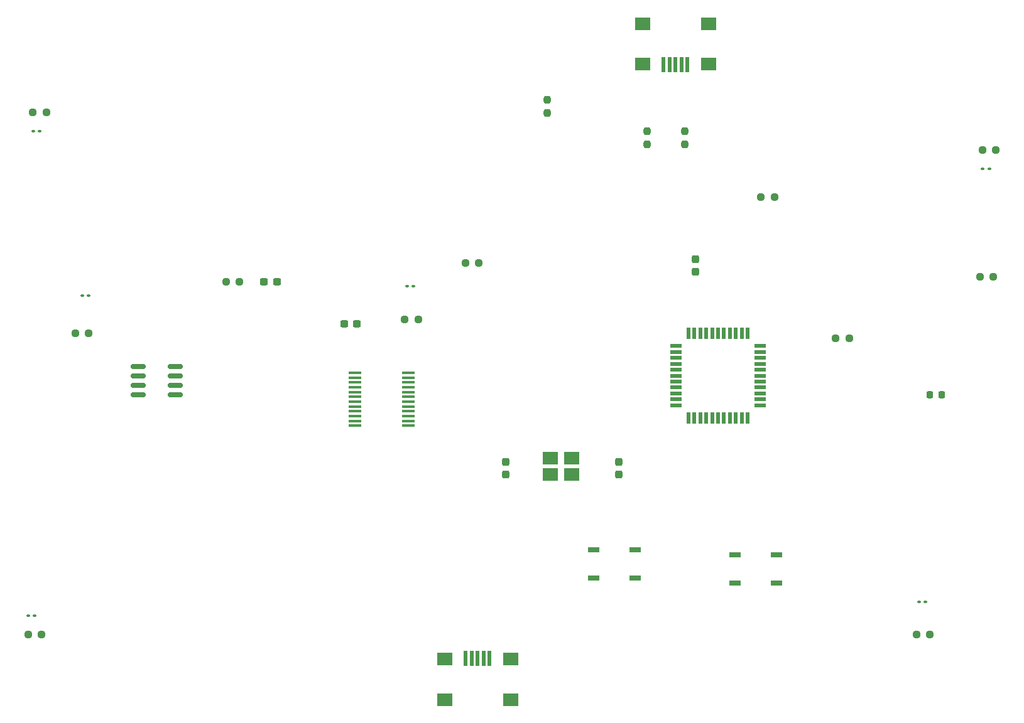
<source format=gtp>
G04 #@! TF.GenerationSoftware,KiCad,Pcbnew,7.0.7*
G04 #@! TF.CreationDate,2024-04-22T17:45:01+02:00*
G04 #@! TF.ProjectId,SE3-pad,5345332d-7061-4642-9e6b-696361645f70,rev?*
G04 #@! TF.SameCoordinates,Original*
G04 #@! TF.FileFunction,Paste,Top*
G04 #@! TF.FilePolarity,Positive*
%FSLAX46Y46*%
G04 Gerber Fmt 4.6, Leading zero omitted, Abs format (unit mm)*
G04 Created by KiCad (PCBNEW 7.0.7) date 2024-04-22 17:45:01*
%MOMM*%
%LPD*%
G01*
G04 APERTURE LIST*
G04 Aperture macros list*
%AMRoundRect*
0 Rectangle with rounded corners*
0 $1 Rounding radius*
0 $2 $3 $4 $5 $6 $7 $8 $9 X,Y pos of 4 corners*
0 Add a 4 corners polygon primitive as box body*
4,1,4,$2,$3,$4,$5,$6,$7,$8,$9,$2,$3,0*
0 Add four circle primitives for the rounded corners*
1,1,$1+$1,$2,$3*
1,1,$1+$1,$4,$5*
1,1,$1+$1,$6,$7*
1,1,$1+$1,$8,$9*
0 Add four rect primitives between the rounded corners*
20,1,$1+$1,$2,$3,$4,$5,0*
20,1,$1+$1,$4,$5,$6,$7,0*
20,1,$1+$1,$6,$7,$8,$9,0*
20,1,$1+$1,$8,$9,$2,$3,0*%
G04 Aperture macros list end*
%ADD10RoundRect,0.237500X-0.237500X0.300000X-0.237500X-0.300000X0.237500X-0.300000X0.237500X0.300000X0*%
%ADD11RoundRect,0.237500X0.237500X-0.300000X0.237500X0.300000X-0.237500X0.300000X-0.237500X-0.300000X0*%
%ADD12RoundRect,0.218750X0.218750X0.256250X-0.218750X0.256250X-0.218750X-0.256250X0.218750X-0.256250X0*%
%ADD13RoundRect,0.237500X-0.250000X-0.237500X0.250000X-0.237500X0.250000X0.237500X-0.250000X0.237500X0*%
%ADD14RoundRect,0.237500X-0.237500X0.250000X-0.237500X-0.250000X0.237500X-0.250000X0.237500X0.250000X0*%
%ADD15R,0.550000X1.500000*%
%ADD16R,1.500000X0.550000*%
%ADD17R,1.524000X0.762000*%
%ADD18R,2.100000X1.800000*%
%ADD19RoundRect,0.237500X0.237500X-0.250000X0.237500X0.250000X-0.237500X0.250000X-0.237500X-0.250000X0*%
%ADD20RoundRect,0.090000X-0.139000X-0.090000X0.139000X-0.090000X0.139000X0.090000X-0.139000X0.090000X0*%
%ADD21RoundRect,0.237500X-0.300000X-0.237500X0.300000X-0.237500X0.300000X0.237500X-0.300000X0.237500X0*%
%ADD22R,0.500000X2.000000*%
%ADD23R,2.000000X1.700000*%
%ADD24RoundRect,0.150000X-0.825000X-0.150000X0.825000X-0.150000X0.825000X0.150000X-0.825000X0.150000X0*%
%ADD25R,1.750000X0.450000*%
G04 APERTURE END LIST*
D10*
X146050000Y-105590000D03*
X146050000Y-107315000D03*
D11*
X130810000Y-107315000D03*
X130810000Y-105590000D03*
X156337000Y-79983500D03*
X156337000Y-78258500D03*
D12*
X189535000Y-96520000D03*
X187960000Y-96520000D03*
D13*
X165180000Y-69850000D03*
X167005000Y-69850000D03*
D14*
X136398000Y-56722000D03*
X136398000Y-58547000D03*
D13*
X175260000Y-88900000D03*
X177085000Y-88900000D03*
D15*
X163400000Y-88280000D03*
X162600000Y-88280000D03*
X161800000Y-88280000D03*
X161000000Y-88280000D03*
X160200000Y-88280000D03*
X159400000Y-88280000D03*
X158600000Y-88280000D03*
X157800000Y-88280000D03*
X157000000Y-88280000D03*
X156200000Y-88280000D03*
X155400000Y-88280000D03*
D16*
X153700000Y-89980000D03*
X153700000Y-90780000D03*
X153700000Y-91580000D03*
X153700000Y-92380000D03*
X153700000Y-93180000D03*
X153700000Y-93980000D03*
X153700000Y-94780000D03*
X153700000Y-95580000D03*
X153700000Y-96380000D03*
X153700000Y-97180000D03*
X153700000Y-97980000D03*
D15*
X155400000Y-99680000D03*
X156200000Y-99680000D03*
X157000000Y-99680000D03*
X157800000Y-99680000D03*
X158600000Y-99680000D03*
X159400000Y-99680000D03*
X160200000Y-99680000D03*
X161000000Y-99680000D03*
X161800000Y-99680000D03*
X162600000Y-99680000D03*
X163400000Y-99680000D03*
D16*
X165100000Y-97980000D03*
X165100000Y-97180000D03*
X165100000Y-96380000D03*
X165100000Y-95580000D03*
X165100000Y-94780000D03*
X165100000Y-93980000D03*
X165100000Y-93180000D03*
X165100000Y-92380000D03*
X165100000Y-91580000D03*
X165100000Y-90780000D03*
X165100000Y-89980000D03*
D17*
X148209000Y-121285000D03*
X142621000Y-121285000D03*
X148209000Y-117475000D03*
X142621000Y-117475000D03*
X167259000Y-121920000D03*
X161671000Y-121920000D03*
X167259000Y-118110000D03*
X161671000Y-118110000D03*
D18*
X136800000Y-107315000D03*
X139700000Y-107315000D03*
X139700000Y-105115000D03*
X136800000Y-105115000D03*
D13*
X194667500Y-80645000D03*
X196492500Y-80645000D03*
D19*
X154940000Y-62785000D03*
X154940000Y-60960000D03*
X149860000Y-62785000D03*
X149860000Y-60960000D03*
D13*
X195025000Y-63500000D03*
X196850000Y-63500000D03*
D20*
X117475000Y-81915000D03*
X118340000Y-81915000D03*
D13*
X72747500Y-88265000D03*
X74572500Y-88265000D03*
X67032500Y-58420000D03*
X68857500Y-58420000D03*
D20*
X67080000Y-60960000D03*
X67945000Y-60960000D03*
X66445000Y-126365000D03*
X67310000Y-126365000D03*
D13*
X186135000Y-128905000D03*
X187960000Y-128905000D03*
D20*
X73707500Y-83185000D03*
X74572500Y-83185000D03*
D13*
X125325000Y-78740000D03*
X127150000Y-78740000D03*
X93067500Y-81280000D03*
X94892500Y-81280000D03*
D21*
X98197500Y-81280000D03*
X99922500Y-81280000D03*
D22*
X155270000Y-52035000D03*
X154470000Y-52035000D03*
X153670000Y-52035000D03*
X152870000Y-52035000D03*
X152070000Y-52035000D03*
D23*
X158120000Y-51935000D03*
X158120000Y-46485000D03*
X149220000Y-51935000D03*
X149220000Y-46485000D03*
D20*
X186460000Y-124460000D03*
X187325000Y-124460000D03*
X195072500Y-66040000D03*
X195937500Y-66040000D03*
D22*
X125400000Y-132115000D03*
X126200000Y-132115000D03*
X127000000Y-132115000D03*
X127800000Y-132115000D03*
X128600000Y-132115000D03*
D23*
X122550000Y-132215000D03*
X122550000Y-137665000D03*
X131450000Y-132215000D03*
X131450000Y-137665000D03*
D13*
X117150000Y-86360000D03*
X118975000Y-86360000D03*
D21*
X108995000Y-86995000D03*
X110720000Y-86995000D03*
D24*
X81280000Y-92710000D03*
X81280000Y-93980000D03*
X81280000Y-95250000D03*
X81280000Y-96520000D03*
X86230000Y-96520000D03*
X86230000Y-95250000D03*
X86230000Y-93980000D03*
X86230000Y-92710000D03*
D13*
X66397500Y-128905000D03*
X68222500Y-128905000D03*
D25*
X110490000Y-93580000D03*
X110490000Y-94230000D03*
X110490000Y-94880000D03*
X110490000Y-95530000D03*
X110490000Y-96180000D03*
X110490000Y-96830000D03*
X110490000Y-97480000D03*
X110490000Y-98130000D03*
X110490000Y-98780000D03*
X110490000Y-99430000D03*
X110490000Y-100080000D03*
X110490000Y-100730000D03*
X117690000Y-100730000D03*
X117690000Y-100080000D03*
X117690000Y-99430000D03*
X117690000Y-98780000D03*
X117690000Y-98130000D03*
X117690000Y-97480000D03*
X117690000Y-96830000D03*
X117690000Y-96180000D03*
X117690000Y-95530000D03*
X117690000Y-94880000D03*
X117690000Y-94230000D03*
X117690000Y-93580000D03*
M02*

</source>
